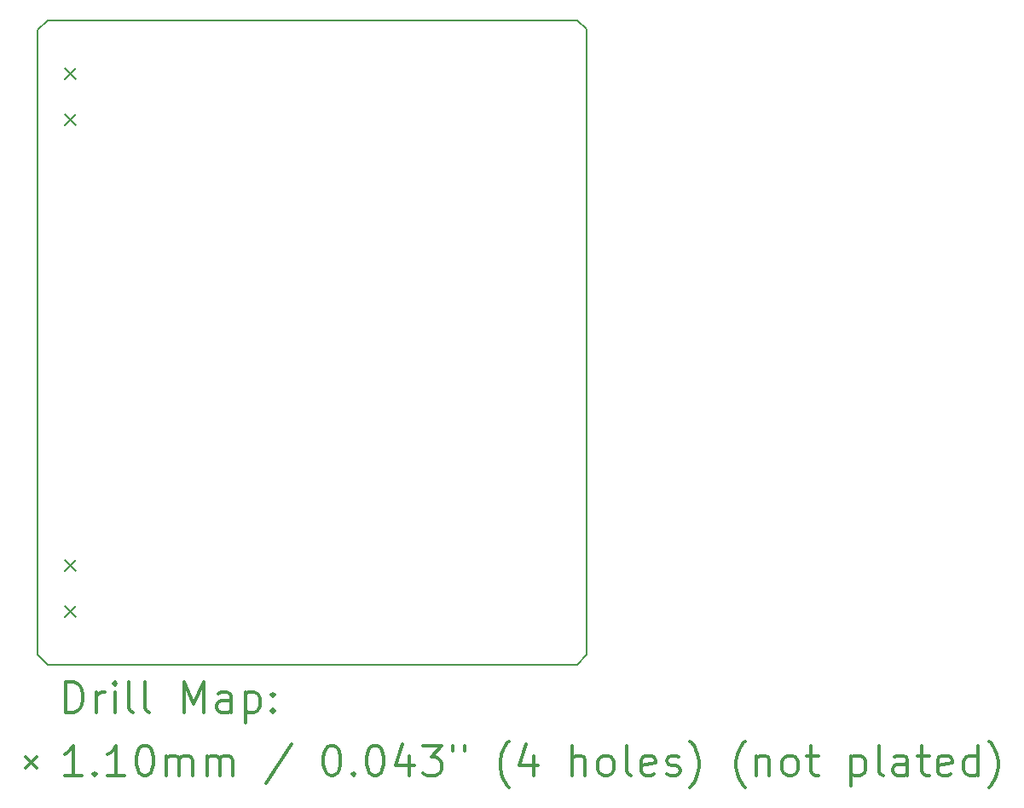
<source format=gbr>
%FSLAX45Y45*%
G04 Gerber Fmt 4.5, Leading zero omitted, Abs format (unit mm)*
G04 Created by KiCad (PCBNEW (5.0.1)-4) date 02/12/2018 21:28:14*
%MOMM*%
%LPD*%
G01*
G04 APERTURE LIST*
%ADD10C,0.150000*%
%ADD11C,0.200000*%
%ADD12C,0.300000*%
G04 APERTURE END LIST*
D10*
X11479530Y-13035280D02*
X11379200Y-12936220D01*
X16738600Y-13032740D02*
X16830040Y-12933680D01*
X16831310Y-6723380D02*
X16733520Y-6631940D01*
X11379200Y-6731000D02*
X11476990Y-6631940D01*
X11379200Y-12936220D02*
X11379200Y-6732270D01*
X16831310Y-6725920D02*
X16830040Y-12933680D01*
X11476990Y-6631940D02*
X16733520Y-6631940D01*
X11479530Y-13035280D02*
X16737330Y-13032740D01*
D11*
X11646400Y-7108430D02*
X11756400Y-7218430D01*
X11756400Y-7108430D02*
X11646400Y-7218430D01*
X11646400Y-7568430D02*
X11756400Y-7678430D01*
X11756400Y-7568430D02*
X11646400Y-7678430D01*
X11644400Y-11995900D02*
X11754400Y-12105900D01*
X11754400Y-11995900D02*
X11644400Y-12105900D01*
X11644400Y-12455900D02*
X11754400Y-12565900D01*
X11754400Y-12455900D02*
X11644400Y-12565900D01*
D12*
X11658128Y-13508494D02*
X11658128Y-13208494D01*
X11729557Y-13208494D01*
X11772414Y-13222780D01*
X11800986Y-13251351D01*
X11815271Y-13279923D01*
X11829557Y-13337066D01*
X11829557Y-13379923D01*
X11815271Y-13437066D01*
X11800986Y-13465637D01*
X11772414Y-13494209D01*
X11729557Y-13508494D01*
X11658128Y-13508494D01*
X11958128Y-13508494D02*
X11958128Y-13308494D01*
X11958128Y-13365637D02*
X11972414Y-13337066D01*
X11986700Y-13322780D01*
X12015271Y-13308494D01*
X12043843Y-13308494D01*
X12143843Y-13508494D02*
X12143843Y-13308494D01*
X12143843Y-13208494D02*
X12129557Y-13222780D01*
X12143843Y-13237066D01*
X12158128Y-13222780D01*
X12143843Y-13208494D01*
X12143843Y-13237066D01*
X12329557Y-13508494D02*
X12300986Y-13494209D01*
X12286700Y-13465637D01*
X12286700Y-13208494D01*
X12486700Y-13508494D02*
X12458128Y-13494209D01*
X12443843Y-13465637D01*
X12443843Y-13208494D01*
X12829557Y-13508494D02*
X12829557Y-13208494D01*
X12929557Y-13422780D01*
X13029557Y-13208494D01*
X13029557Y-13508494D01*
X13300986Y-13508494D02*
X13300986Y-13351351D01*
X13286700Y-13322780D01*
X13258128Y-13308494D01*
X13200986Y-13308494D01*
X13172414Y-13322780D01*
X13300986Y-13494209D02*
X13272414Y-13508494D01*
X13200986Y-13508494D01*
X13172414Y-13494209D01*
X13158128Y-13465637D01*
X13158128Y-13437066D01*
X13172414Y-13408494D01*
X13200986Y-13394209D01*
X13272414Y-13394209D01*
X13300986Y-13379923D01*
X13443843Y-13308494D02*
X13443843Y-13608494D01*
X13443843Y-13322780D02*
X13472414Y-13308494D01*
X13529557Y-13308494D01*
X13558128Y-13322780D01*
X13572414Y-13337066D01*
X13586700Y-13365637D01*
X13586700Y-13451351D01*
X13572414Y-13479923D01*
X13558128Y-13494209D01*
X13529557Y-13508494D01*
X13472414Y-13508494D01*
X13443843Y-13494209D01*
X13715271Y-13479923D02*
X13729557Y-13494209D01*
X13715271Y-13508494D01*
X13700986Y-13494209D01*
X13715271Y-13479923D01*
X13715271Y-13508494D01*
X13715271Y-13322780D02*
X13729557Y-13337066D01*
X13715271Y-13351351D01*
X13700986Y-13337066D01*
X13715271Y-13322780D01*
X13715271Y-13351351D01*
X11261700Y-13947780D02*
X11371700Y-14057780D01*
X11371700Y-13947780D02*
X11261700Y-14057780D01*
X11815271Y-14138494D02*
X11643843Y-14138494D01*
X11729557Y-14138494D02*
X11729557Y-13838494D01*
X11700986Y-13881351D01*
X11672414Y-13909923D01*
X11643843Y-13924209D01*
X11943843Y-14109923D02*
X11958128Y-14124209D01*
X11943843Y-14138494D01*
X11929557Y-14124209D01*
X11943843Y-14109923D01*
X11943843Y-14138494D01*
X12243843Y-14138494D02*
X12072414Y-14138494D01*
X12158128Y-14138494D02*
X12158128Y-13838494D01*
X12129557Y-13881351D01*
X12100986Y-13909923D01*
X12072414Y-13924209D01*
X12429557Y-13838494D02*
X12458128Y-13838494D01*
X12486700Y-13852780D01*
X12500986Y-13867066D01*
X12515271Y-13895637D01*
X12529557Y-13952780D01*
X12529557Y-14024209D01*
X12515271Y-14081351D01*
X12500986Y-14109923D01*
X12486700Y-14124209D01*
X12458128Y-14138494D01*
X12429557Y-14138494D01*
X12400986Y-14124209D01*
X12386700Y-14109923D01*
X12372414Y-14081351D01*
X12358128Y-14024209D01*
X12358128Y-13952780D01*
X12372414Y-13895637D01*
X12386700Y-13867066D01*
X12400986Y-13852780D01*
X12429557Y-13838494D01*
X12658128Y-14138494D02*
X12658128Y-13938494D01*
X12658128Y-13967066D02*
X12672414Y-13952780D01*
X12700986Y-13938494D01*
X12743843Y-13938494D01*
X12772414Y-13952780D01*
X12786700Y-13981351D01*
X12786700Y-14138494D01*
X12786700Y-13981351D02*
X12800986Y-13952780D01*
X12829557Y-13938494D01*
X12872414Y-13938494D01*
X12900986Y-13952780D01*
X12915271Y-13981351D01*
X12915271Y-14138494D01*
X13058128Y-14138494D02*
X13058128Y-13938494D01*
X13058128Y-13967066D02*
X13072414Y-13952780D01*
X13100986Y-13938494D01*
X13143843Y-13938494D01*
X13172414Y-13952780D01*
X13186700Y-13981351D01*
X13186700Y-14138494D01*
X13186700Y-13981351D02*
X13200986Y-13952780D01*
X13229557Y-13938494D01*
X13272414Y-13938494D01*
X13300986Y-13952780D01*
X13315271Y-13981351D01*
X13315271Y-14138494D01*
X13900986Y-13824209D02*
X13643843Y-14209923D01*
X14286700Y-13838494D02*
X14315271Y-13838494D01*
X14343843Y-13852780D01*
X14358128Y-13867066D01*
X14372414Y-13895637D01*
X14386700Y-13952780D01*
X14386700Y-14024209D01*
X14372414Y-14081351D01*
X14358128Y-14109923D01*
X14343843Y-14124209D01*
X14315271Y-14138494D01*
X14286700Y-14138494D01*
X14258128Y-14124209D01*
X14243843Y-14109923D01*
X14229557Y-14081351D01*
X14215271Y-14024209D01*
X14215271Y-13952780D01*
X14229557Y-13895637D01*
X14243843Y-13867066D01*
X14258128Y-13852780D01*
X14286700Y-13838494D01*
X14515271Y-14109923D02*
X14529557Y-14124209D01*
X14515271Y-14138494D01*
X14500986Y-14124209D01*
X14515271Y-14109923D01*
X14515271Y-14138494D01*
X14715271Y-13838494D02*
X14743843Y-13838494D01*
X14772414Y-13852780D01*
X14786700Y-13867066D01*
X14800986Y-13895637D01*
X14815271Y-13952780D01*
X14815271Y-14024209D01*
X14800986Y-14081351D01*
X14786700Y-14109923D01*
X14772414Y-14124209D01*
X14743843Y-14138494D01*
X14715271Y-14138494D01*
X14686700Y-14124209D01*
X14672414Y-14109923D01*
X14658128Y-14081351D01*
X14643843Y-14024209D01*
X14643843Y-13952780D01*
X14658128Y-13895637D01*
X14672414Y-13867066D01*
X14686700Y-13852780D01*
X14715271Y-13838494D01*
X15072414Y-13938494D02*
X15072414Y-14138494D01*
X15000986Y-13824209D02*
X14929557Y-14038494D01*
X15115271Y-14038494D01*
X15200986Y-13838494D02*
X15386700Y-13838494D01*
X15286700Y-13952780D01*
X15329557Y-13952780D01*
X15358128Y-13967066D01*
X15372414Y-13981351D01*
X15386700Y-14009923D01*
X15386700Y-14081351D01*
X15372414Y-14109923D01*
X15358128Y-14124209D01*
X15329557Y-14138494D01*
X15243843Y-14138494D01*
X15215271Y-14124209D01*
X15200986Y-14109923D01*
X15500986Y-13838494D02*
X15500986Y-13895637D01*
X15615271Y-13838494D02*
X15615271Y-13895637D01*
X16058128Y-14252780D02*
X16043843Y-14238494D01*
X16015271Y-14195637D01*
X16000986Y-14167066D01*
X15986700Y-14124209D01*
X15972414Y-14052780D01*
X15972414Y-13995637D01*
X15986700Y-13924209D01*
X16000986Y-13881351D01*
X16015271Y-13852780D01*
X16043843Y-13809923D01*
X16058128Y-13795637D01*
X16300986Y-13938494D02*
X16300986Y-14138494D01*
X16229557Y-13824209D02*
X16158128Y-14038494D01*
X16343843Y-14038494D01*
X16686700Y-14138494D02*
X16686700Y-13838494D01*
X16815271Y-14138494D02*
X16815271Y-13981351D01*
X16800986Y-13952780D01*
X16772414Y-13938494D01*
X16729557Y-13938494D01*
X16700986Y-13952780D01*
X16686700Y-13967066D01*
X17000986Y-14138494D02*
X16972414Y-14124209D01*
X16958128Y-14109923D01*
X16943843Y-14081351D01*
X16943843Y-13995637D01*
X16958128Y-13967066D01*
X16972414Y-13952780D01*
X17000986Y-13938494D01*
X17043843Y-13938494D01*
X17072414Y-13952780D01*
X17086700Y-13967066D01*
X17100986Y-13995637D01*
X17100986Y-14081351D01*
X17086700Y-14109923D01*
X17072414Y-14124209D01*
X17043843Y-14138494D01*
X17000986Y-14138494D01*
X17272414Y-14138494D02*
X17243843Y-14124209D01*
X17229557Y-14095637D01*
X17229557Y-13838494D01*
X17500986Y-14124209D02*
X17472414Y-14138494D01*
X17415271Y-14138494D01*
X17386700Y-14124209D01*
X17372414Y-14095637D01*
X17372414Y-13981351D01*
X17386700Y-13952780D01*
X17415271Y-13938494D01*
X17472414Y-13938494D01*
X17500986Y-13952780D01*
X17515271Y-13981351D01*
X17515271Y-14009923D01*
X17372414Y-14038494D01*
X17629557Y-14124209D02*
X17658128Y-14138494D01*
X17715271Y-14138494D01*
X17743843Y-14124209D01*
X17758128Y-14095637D01*
X17758128Y-14081351D01*
X17743843Y-14052780D01*
X17715271Y-14038494D01*
X17672414Y-14038494D01*
X17643843Y-14024209D01*
X17629557Y-13995637D01*
X17629557Y-13981351D01*
X17643843Y-13952780D01*
X17672414Y-13938494D01*
X17715271Y-13938494D01*
X17743843Y-13952780D01*
X17858128Y-14252780D02*
X17872414Y-14238494D01*
X17900986Y-14195637D01*
X17915271Y-14167066D01*
X17929557Y-14124209D01*
X17943843Y-14052780D01*
X17943843Y-13995637D01*
X17929557Y-13924209D01*
X17915271Y-13881351D01*
X17900986Y-13852780D01*
X17872414Y-13809923D01*
X17858128Y-13795637D01*
X18400986Y-14252780D02*
X18386700Y-14238494D01*
X18358128Y-14195637D01*
X18343843Y-14167066D01*
X18329557Y-14124209D01*
X18315271Y-14052780D01*
X18315271Y-13995637D01*
X18329557Y-13924209D01*
X18343843Y-13881351D01*
X18358128Y-13852780D01*
X18386700Y-13809923D01*
X18400986Y-13795637D01*
X18515271Y-13938494D02*
X18515271Y-14138494D01*
X18515271Y-13967066D02*
X18529557Y-13952780D01*
X18558128Y-13938494D01*
X18600986Y-13938494D01*
X18629557Y-13952780D01*
X18643843Y-13981351D01*
X18643843Y-14138494D01*
X18829557Y-14138494D02*
X18800986Y-14124209D01*
X18786700Y-14109923D01*
X18772414Y-14081351D01*
X18772414Y-13995637D01*
X18786700Y-13967066D01*
X18800986Y-13952780D01*
X18829557Y-13938494D01*
X18872414Y-13938494D01*
X18900986Y-13952780D01*
X18915271Y-13967066D01*
X18929557Y-13995637D01*
X18929557Y-14081351D01*
X18915271Y-14109923D01*
X18900986Y-14124209D01*
X18872414Y-14138494D01*
X18829557Y-14138494D01*
X19015271Y-13938494D02*
X19129557Y-13938494D01*
X19058128Y-13838494D02*
X19058128Y-14095637D01*
X19072414Y-14124209D01*
X19100986Y-14138494D01*
X19129557Y-14138494D01*
X19458128Y-13938494D02*
X19458128Y-14238494D01*
X19458128Y-13952780D02*
X19486700Y-13938494D01*
X19543843Y-13938494D01*
X19572414Y-13952780D01*
X19586700Y-13967066D01*
X19600986Y-13995637D01*
X19600986Y-14081351D01*
X19586700Y-14109923D01*
X19572414Y-14124209D01*
X19543843Y-14138494D01*
X19486700Y-14138494D01*
X19458128Y-14124209D01*
X19772414Y-14138494D02*
X19743843Y-14124209D01*
X19729557Y-14095637D01*
X19729557Y-13838494D01*
X20015271Y-14138494D02*
X20015271Y-13981351D01*
X20000986Y-13952780D01*
X19972414Y-13938494D01*
X19915271Y-13938494D01*
X19886700Y-13952780D01*
X20015271Y-14124209D02*
X19986700Y-14138494D01*
X19915271Y-14138494D01*
X19886700Y-14124209D01*
X19872414Y-14095637D01*
X19872414Y-14067066D01*
X19886700Y-14038494D01*
X19915271Y-14024209D01*
X19986700Y-14024209D01*
X20015271Y-14009923D01*
X20115271Y-13938494D02*
X20229557Y-13938494D01*
X20158128Y-13838494D02*
X20158128Y-14095637D01*
X20172414Y-14124209D01*
X20200986Y-14138494D01*
X20229557Y-14138494D01*
X20443843Y-14124209D02*
X20415271Y-14138494D01*
X20358128Y-14138494D01*
X20329557Y-14124209D01*
X20315271Y-14095637D01*
X20315271Y-13981351D01*
X20329557Y-13952780D01*
X20358128Y-13938494D01*
X20415271Y-13938494D01*
X20443843Y-13952780D01*
X20458128Y-13981351D01*
X20458128Y-14009923D01*
X20315271Y-14038494D01*
X20715271Y-14138494D02*
X20715271Y-13838494D01*
X20715271Y-14124209D02*
X20686700Y-14138494D01*
X20629557Y-14138494D01*
X20600986Y-14124209D01*
X20586700Y-14109923D01*
X20572414Y-14081351D01*
X20572414Y-13995637D01*
X20586700Y-13967066D01*
X20600986Y-13952780D01*
X20629557Y-13938494D01*
X20686700Y-13938494D01*
X20715271Y-13952780D01*
X20829557Y-14252780D02*
X20843843Y-14238494D01*
X20872414Y-14195637D01*
X20886700Y-14167066D01*
X20900986Y-14124209D01*
X20915271Y-14052780D01*
X20915271Y-13995637D01*
X20900986Y-13924209D01*
X20886700Y-13881351D01*
X20872414Y-13852780D01*
X20843843Y-13809923D01*
X20829557Y-13795637D01*
M02*

</source>
